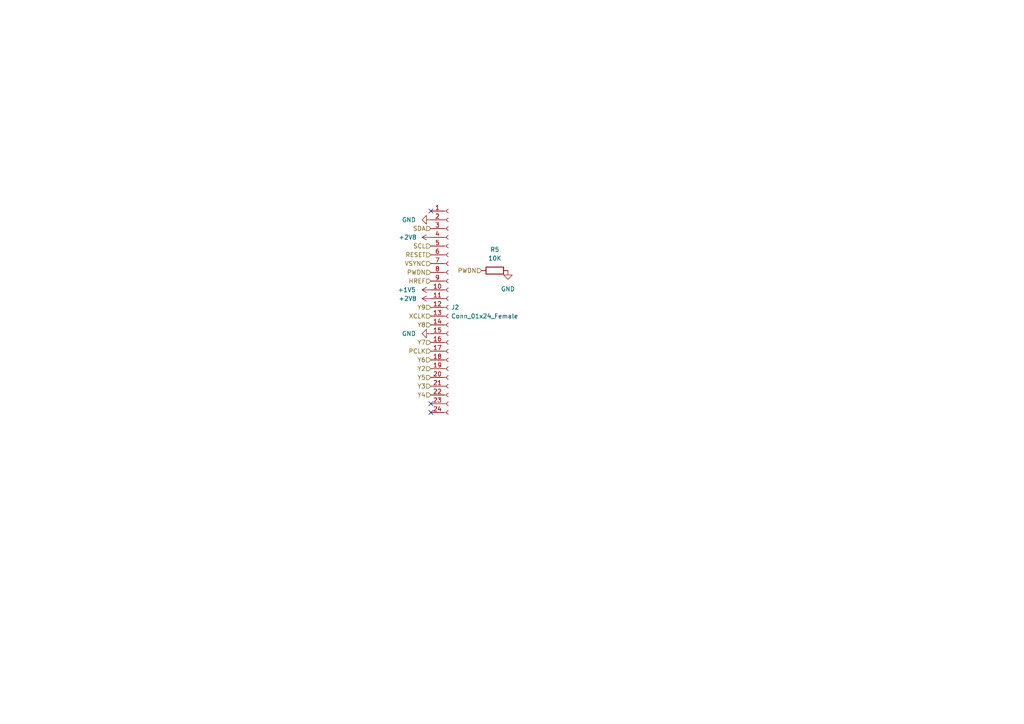
<source format=kicad_sch>
(kicad_sch (version 20211123) (generator eeschema)
  (paper "A4")
  (lib_symbols
    (symbol "Connector:Conn_01x24_Female" (pin_names (offset 1.016) hide)
      (property "Reference" "J" (at 0 30.48 0))
      (property "Value" "Conn_01x24_Female" (at 0 -33.02 0))
      (symbol "Conn_01x24_Female_1_1"
        (arc (start 0 -29.972) (mid -0.508 -30.48) (end 0 -30.988) (stroke (width 0.1524)))
        (arc (start 0 -27.432) (mid -0.508 -27.94) (end 0 -28.448) (stroke (width 0.1524)))
        (arc (start 0 -24.892) (mid -0.508 -25.4) (end 0 -25.908) (stroke (width 0.1524)))
        (arc (start 0 -22.352) (mid -0.508 -22.86) (end 0 -23.368) (stroke (width 0.1524)))
        (arc (start 0 -19.812) (mid -0.508 -20.32) (end 0 -20.828) (stroke (width 0.1524)))
        (arc (start 0 -17.272) (mid -0.508 -17.78) (end 0 -18.288) (stroke (width 0.1524)))
        (arc (start 0 -14.732) (mid -0.508 -15.24) (end 0 -15.748) (stroke (width 0.1524)))
        (arc (start 0 -12.192) (mid -0.508 -12.7) (end 0 -13.208) (stroke (width 0.1524)))
        (arc (start 0 -9.652) (mid -0.508 -10.16) (end 0 -10.668) (stroke (width 0.1524)))
        (arc (start 0 -7.112) (mid -0.508 -7.62) (end 0 -8.128) (stroke (width 0.1524)))
        (arc (start 0 -4.572) (mid -0.508 -5.08) (end 0 -5.588) (stroke (width 0.1524)))
        (arc (start 0 -2.032) (mid -0.508 -2.54) (end 0 -3.048) (stroke (width 0.1524)))
        (polyline (pts (xy -1.27 -30.48) (xy -0.508 -30.48)) (stroke (width 0.1524)))
        (polyline (pts (xy -1.27 -27.94) (xy -0.508 -27.94)) (stroke (width 0.1524)))
        (polyline (pts (xy -1.27 -25.4) (xy -0.508 -25.4)) (stroke (width 0.1524)))
        (polyline (pts (xy -1.27 -22.86) (xy -0.508 -22.86)) (stroke (width 0.1524)))
        (polyline (pts (xy -1.27 -20.32) (xy -0.508 -20.32)) (stroke (width 0.1524)))
        (polyline (pts (xy -1.27 -17.78) (xy -0.508 -17.78)) (stroke (width 0.1524)))
        (polyline (pts (xy -1.27 -15.24) (xy -0.508 -15.24)) (stroke (width 0.1524)))
        (polyline (pts (xy -1.27 -12.7) (xy -0.508 -12.7)) (stroke (width 0.1524)))
        (polyline (pts (xy -1.27 -10.16) (xy -0.508 -10.16)) (stroke (width 0.1524)))
        (polyline (pts (xy -1.27 -7.62) (xy -0.508 -7.62)) (stroke (width 0.1524)))
        (polyline (pts (xy -1.27 -5.08) (xy -0.508 -5.08)) (stroke (width 0.1524)))
        (polyline (pts (xy -1.27 -2.54) (xy -0.508 -2.54)) (stroke (width 0.1524)))
        (polyline (pts (xy -1.27 0) (xy -0.508 0)) (stroke (width 0.1524)))
        (polyline (pts (xy -1.27 2.54) (xy -0.508 2.54)) (stroke (width 0.1524)))
        (polyline (pts (xy -1.27 5.08) (xy -0.508 5.08)) (stroke (width 0.1524)))
        (polyline (pts (xy -1.27 7.62) (xy -0.508 7.62)) (stroke (width 0.1524)))
        (polyline (pts (xy -1.27 10.16) (xy -0.508 10.16)) (stroke (width 0.1524)))
        (polyline (pts (xy -1.27 12.7) (xy -0.508 12.7)) (stroke (width 0.1524)))
        (polyline (pts (xy -1.27 15.24) (xy -0.508 15.24)) (stroke (width 0.1524)))
        (polyline (pts (xy -1.27 17.78) (xy -0.508 17.78)) (stroke (width 0.1524)))
        (polyline (pts (xy -1.27 20.32) (xy -0.508 20.32)) (stroke (width 0.1524)))
        (polyline (pts (xy -1.27 22.86) (xy -0.508 22.86)) (stroke (width 0.1524)))
        (polyline (pts (xy -1.27 25.4) (xy -0.508 25.4)) (stroke (width 0.1524)))
        (polyline (pts (xy -1.27 27.94) (xy -0.508 27.94)) (stroke (width 0.1524)))
        (arc (start 0 0.508) (mid -0.508 0) (end 0 -0.508) (stroke (width 0.1524)))
        (arc (start 0 3.048) (mid -0.508 2.54) (end 0 2.032) (stroke (width 0.1524)))
        (arc (start 0 5.588) (mid -0.508 5.08) (end 0 4.572) (stroke (width 0.1524)))
        (arc (start 0 8.128) (mid -0.508 7.62) (end 0 7.112) (stroke (width 0.1524)))
        (arc (start 0 10.668) (mid -0.508 10.16) (end 0 9.652) (stroke (width 0.1524)))
        (arc (start 0 13.208) (mid -0.508 12.7) (end 0 12.192) (stroke (width 0.1524)))
        (arc (start 0 15.748) (mid -0.508 15.24) (end 0 14.732) (stroke (width 0.1524)))
        (arc (start 0 18.288) (mid -0.508 17.78) (end 0 17.272) (stroke (width 0.1524)))
        (arc (start 0 20.828) (mid -0.508 20.32) (end 0 19.812) (stroke (width 0.1524)))
        (arc (start 0 23.368) (mid -0.508 22.86) (end 0 22.352) (stroke (width 0.1524)))
        (arc (start 0 25.908) (mid -0.508 25.4) (end 0 24.892) (stroke (width 0.1524)))
        (arc (start 0 28.448) (mid -0.508 27.94) (end 0 27.432) (stroke (width 0.1524)))
        (pin passive line (at -5.08 27.94 0) (length 3.81) (name "Pin_1") (number "1"))
        (pin passive line (at -5.08 5.08 0) (length 3.81) (name "Pin_10") (number "10"))
        (pin passive line (at -5.08 2.54 0) (length 3.81) (name "Pin_11") (number "11"))
        (pin passive line (at -5.08 0 0) (length 3.81) (name "Pin_12") (number "12"))
        (pin passive line (at -5.08 -2.54 0) (length 3.81) (name "Pin_13") (number "13"))
        (pin passive line (at -5.08 -5.08 0) (length 3.81) (name "Pin_14") (number "14"))
        (pin passive line (at -5.08 -7.62 0) (length 3.81) (name "Pin_15") (number "15"))
        (pin passive line (at -5.08 -10.16 0) (length 3.81) (name "Pin_16") (number "16"))
        (pin passive line (at -5.08 -12.7 0) (length 3.81) (name "Pin_17") (number "17"))
        (pin passive line (at -5.08 -15.24 0) (length 3.81) (name "Pin_18") (number "18"))
        (pin passive line (at -5.08 -17.78 0) (length 3.81) (name "Pin_19") (number "19"))
        (pin passive line (at -5.08 25.4 0) (length 3.81) (name "Pin_2") (number "2"))
        (pin passive line (at -5.08 -20.32 0) (length 3.81) (name "Pin_20") (number "20"))
        (pin passive line (at -5.08 -22.86 0) (length 3.81) (name "Pin_21") (number "21"))
        (pin passive line (at -5.08 -25.4 0) (length 3.81) (name "Pin_22") (number "22"))
        (pin passive line (at -5.08 -27.94 0) (length 3.81) (name "Pin_23") (number "23"))
        (pin passive line (at -5.08 -30.48 0) (length 3.81) (name "Pin_24") (number "24"))
        (pin passive line (at -5.08 22.86 0) (length 3.81) (name "Pin_3") (number "3"))
        (pin passive line (at -5.08 20.32 0) (length 3.81) (name "Pin_4") (number "4"))
        (pin passive line (at -5.08 17.78 0) (length 3.81) (name "Pin_5") (number "5"))
        (pin passive line (at -5.08 15.24 0) (length 3.81) (name "Pin_6") (number "6"))
        (pin passive line (at -5.08 12.7 0) (length 3.81) (name "Pin_7") (number "7"))
        (pin passive line (at -5.08 10.16 0) (length 3.81) (name "Pin_8") (number "8"))
        (pin passive line (at -5.08 7.62 0) (length 3.81) (name "Pin_9") (number "9"))
      )
    )
    (symbol "Device:R" (pin_numbers hide) (pin_names (offset 0))
      (property "Reference" "R" (at 2.032 0 90))
      (property "Value" "R" (at 0 0 90))
      (symbol "R_0_1"
        (rectangle (start -1.016 -2.54) (end 1.016 2.54) (stroke (width 0.254)))
      )
      (symbol "R_1_1"
        (pin passive line (at 0 3.81 270) (length 1.27) (name "~") (number "1"))
        (pin passive line (at 0 -3.81 90) (length 1.27) (name "~") (number "2"))
      )
    )
    (symbol "power:+1V5" (power) (pin_names (offset 0))
      (property "Value" "+1V5" (at 0 3.556 0))
      (symbol "+1V5_0_1"
        (polyline (pts (xy -0.762 1.27) (xy 0 2.54)))
        (polyline (pts (xy 0 0) (xy 0 2.54)))
        (polyline (pts (xy 0 2.54) (xy 0.762 1.27)))
      )
      (symbol "+1V5_1_1"
        (pin power_in line (at 0 0 90) (length 0) hide (name "+1V5") (number "1"))
      )
    )
    (symbol "power:+2V8" (power) (pin_names (offset 0))
      (property "Value" "+2V8" (at 0 3.556 0))
      (symbol "+2V8_0_1"
        (polyline (pts (xy -0.762 1.27) (xy 0 2.54)))
        (polyline (pts (xy 0 0) (xy 0 2.54)))
        (polyline (pts (xy 0 2.54) (xy 0.762 1.27)))
      )
      (symbol "+2V8_1_1"
        (pin power_in line (at 0 0 90) (length 0) hide (name "+2V8") (number "1"))
      )
    )
    (symbol "power:GND" (power) (pin_names (offset 0))
      (property "Value" "GND" (at 0 -3.81 0))
      (symbol "GND_0_1"
        (polyline (pts (xy 0 0) (xy 0 -1.27) (xy 1.27 -1.27) (xy 0 -2.54) (xy -1.27 -1.27) (xy 0 -1.27)))
      )
      (symbol "GND_1_1"
        (pin power_in line (at 0 0 270) (length 0) hide (name "GND") (number "1"))
      )
    )
  )
  (no_connect (at 124.968 61.214))
  (no_connect (at 124.968 117.094))
  (no_connect (at 124.968 119.634))
  (hierarchical_label "SDA" (shape input) (at 124.968 66.294 180))
  (hierarchical_label "XCLK" (shape input) (at 124.968 91.694 180))
  (hierarchical_label "Y4" (shape input) (at 124.968 114.554 180))
  (hierarchical_label "Y6" (shape input) (at 124.968 104.394 180))
  (hierarchical_label "PWDN" (shape input) (at 124.968 78.994 180))
  (hierarchical_label "Y5" (shape input) (at 124.968 109.474 180))
  (hierarchical_label "SCL" (shape input) (at 124.968 71.374 180))
  (hierarchical_label "HREF" (shape input) (at 124.968 81.534 180))
  (hierarchical_label "VSYNC" (shape input) (at 124.968 76.454 180))
  (hierarchical_label "PWDN" (shape input) (at 139.7 78.486 180))
  (hierarchical_label "Y7" (shape input) (at 124.968 99.314 180))
  (hierarchical_label "Y9" (shape input) (at 124.968 89.154 180))
  (hierarchical_label "RESET" (shape input) (at 124.968 73.914 180))
  (hierarchical_label "Y3" (shape input) (at 124.968 112.014 180))
  (hierarchical_label "PCLK" (shape input) (at 124.968 101.854 180))
  (hierarchical_label "Y2" (shape input) (at 124.968 106.934 180))
  (hierarchical_label "Y8" (shape input) (at 124.968 94.234 180))
  (symbol (lib_id "power:+2V8") (at 124.968 86.614 90) (unit 1)
    (property "Reference" "#PWR0150" (effects hide))
    (property "Value" "+2V8" (at 120.904 86.6139 90) (effects (justify left)))
  )
  (symbol (lib_id "power:GND") (at 124.968 63.754 270) (unit 1)
    (property "Reference" "#PWR0147" (effects hide))
    (property "Value" "GND" (at 120.65 63.7539 90) (effects (justify right)))
  )
  (symbol (lib_id "Connector:Conn_01x24_Female") (at 130.048 89.154 0) (unit 1)
    (property "Reference" "J2" (at 130.81 89.1539 0) (effects (justify left)))
    (property "Value" "Conn_01x24_Female" (at 130.81 91.6939 0) (effects (justify left)))
    (property "Footprint" "Connector_FFC-FPC:Hirose_FH12-24S-0.5SH_1x24-1MP_P0.50mm_Horizontal" (effects hide))
  )
  (symbol (lib_id "power:GND") (at 124.968 96.774 270) (unit 1)
    (property "Reference" "#PWR0152" (effects hide))
    (property "Value" "GND" (at 120.65 96.7739 90) (effects (justify right)))
  )
  (symbol (lib_id "power:GND") (at 147.32 78.486 0) (unit 1)
    (property "Reference" "#PWR0151" (effects hide))
    (property "Value" "GND" (at 147.32 83.82 0))
  )
  (symbol (lib_id "power:+1V5") (at 124.968 84.074 90) (unit 1)
    (property "Reference" "#PWR0149" (effects hide))
    (property "Value" "+1V5" (at 120.65 84.0739 90) (effects (justify left)))
  )
  (symbol (lib_id "Device:R") (at 143.51 78.486 90) (unit 1)
    (property "Reference" "R5" (at 143.51 72.39 90))
    (property "Value" "10K" (at 143.51 74.93 90))
    (property "Footprint" "Resistor_SMD:R_0402_1005Metric" (effects hide))
  )
  (symbol (lib_id "power:+2V8") (at 124.968 68.834 90) (unit 1)
    (property "Reference" "#PWR0148" (effects hide))
    (property "Value" "+2V8" (at 120.904 68.8339 90) (effects (justify left)))
  )
)
</source>
